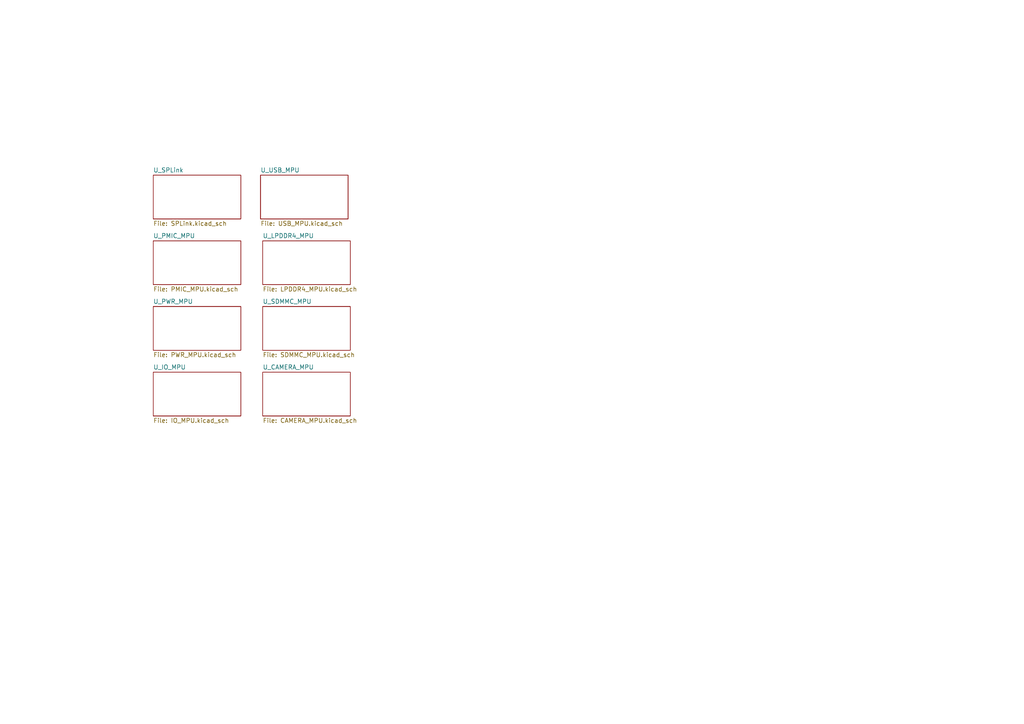
<source format=kicad_sch>
(kicad_sch
	(version 20250114)
	(generator "eeschema")
	(generator_version "9.0")
	(uuid "19082ed6-8f17-4d62-ab42-418ea03b55ea")
	(paper "A4")
	(lib_symbols)
	(sheet
		(at 44.45 50.8)
		(size 25.4 12.7)
		(exclude_from_sim no)
		(in_bom yes)
		(on_board yes)
		(dnp no)
		(fields_autoplaced yes)
		(stroke
			(width 0.1524)
			(type solid)
		)
		(fill
			(color 0 0 0 0.0000)
		)
		(uuid "22cc9e10-2568-472f-808f-2c6ffeb9eeb0")
		(property "Sheetname" "U_SPLink"
			(at 44.45 50.0884 0)
			(effects
				(font
					(size 1.27 1.27)
				)
				(justify left bottom)
			)
		)
		(property "Sheetfile" "SPLink.kicad_sch"
			(at 44.45 64.0846 0)
			(effects
				(font
					(size 1.27 1.27)
				)
				(justify left top)
			)
		)
		(instances
			(project "mikrainix"
				(path "/19082ed6-8f17-4d62-ab42-418ea03b55ea"
					(page "2")
				)
			)
		)
	)
	(sheet
		(at 76.2 107.95)
		(size 25.4 12.7)
		(exclude_from_sim no)
		(in_bom yes)
		(on_board yes)
		(dnp no)
		(fields_autoplaced yes)
		(stroke
			(width 0.1524)
			(type solid)
		)
		(fill
			(color 0 0 0 0.0000)
		)
		(uuid "38b34e4b-4d56-45b8-9855-7d357f4a3de7")
		(property "Sheetname" "U_CAMERA_MPU"
			(at 76.2 107.2384 0)
			(effects
				(font
					(size 1.27 1.27)
				)
				(justify left bottom)
			)
		)
		(property "Sheetfile" "CAMERA_MPU.kicad_sch"
			(at 76.2 121.2346 0)
			(effects
				(font
					(size 1.27 1.27)
				)
				(justify left top)
			)
		)
		(instances
			(project "mikrainix"
				(path "/19082ed6-8f17-4d62-ab42-418ea03b55ea"
					(page "8")
				)
			)
		)
	)
	(sheet
		(at 44.45 107.95)
		(size 25.4 12.7)
		(exclude_from_sim no)
		(in_bom yes)
		(on_board yes)
		(dnp no)
		(fields_autoplaced yes)
		(stroke
			(width 0.1524)
			(type solid)
		)
		(fill
			(color 0 0 0 0.0000)
		)
		(uuid "5151b18b-eb85-414d-9c0c-decd729bd0e4")
		(property "Sheetname" "U_IO_MPU"
			(at 44.45 107.2384 0)
			(effects
				(font
					(size 1.27 1.27)
				)
				(justify left bottom)
			)
		)
		(property "Sheetfile" "IO_MPU.kicad_sch"
			(at 44.45 121.2346 0)
			(effects
				(font
					(size 1.27 1.27)
				)
				(justify left top)
			)
		)
		(instances
			(project "mikrainix"
				(path "/19082ed6-8f17-4d62-ab42-418ea03b55ea"
					(page "9")
				)
			)
		)
	)
	(sheet
		(at 44.45 69.85)
		(size 25.4 12.7)
		(exclude_from_sim no)
		(in_bom yes)
		(on_board yes)
		(dnp no)
		(fields_autoplaced yes)
		(stroke
			(width 0.1524)
			(type solid)
		)
		(fill
			(color 0 0 0 0.0000)
		)
		(uuid "6512bd73-ee62-49d7-a8ea-3d25bda13aaa")
		(property "Sheetname" "U_PMIC_MPU"
			(at 44.45 69.1384 0)
			(effects
				(font
					(size 1.27 1.27)
				)
				(justify left bottom)
			)
		)
		(property "Sheetfile" "PMIC_MPU.kicad_sch"
			(at 44.45 83.1346 0)
			(effects
				(font
					(size 1.27 1.27)
				)
				(justify left top)
			)
		)
		(instances
			(project "mikrainix"
				(path "/19082ed6-8f17-4d62-ab42-418ea03b55ea"
					(page "3")
				)
			)
		)
	)
	(sheet
		(at 76.2 88.9)
		(size 25.4 12.7)
		(exclude_from_sim no)
		(in_bom yes)
		(on_board yes)
		(dnp no)
		(fields_autoplaced yes)
		(stroke
			(width 0.1524)
			(type solid)
		)
		(fill
			(color 0 0 0 0.0000)
		)
		(uuid "79eb48f2-f1f2-4d27-8218-46d0d06ecf27")
		(property "Sheetname" "U_SDMMC_MPU"
			(at 76.2 88.1884 0)
			(effects
				(font
					(size 1.27 1.27)
				)
				(justify left bottom)
			)
		)
		(property "Sheetfile" "SDMMC_MPU.kicad_sch"
			(at 76.2 102.1846 0)
			(effects
				(font
					(size 1.27 1.27)
				)
				(justify left top)
			)
		)
		(instances
			(project "mikrainix"
				(path "/19082ed6-8f17-4d62-ab42-418ea03b55ea"
					(page "6")
				)
			)
		)
	)
	(sheet
		(at 75.565 50.8)
		(size 25.4 12.7)
		(exclude_from_sim no)
		(in_bom yes)
		(on_board yes)
		(dnp no)
		(fields_autoplaced yes)
		(stroke
			(width 0.1524)
			(type solid)
		)
		(fill
			(color 0 0 0 0.0000)
		)
		(uuid "96cdb093-7935-4848-9034-d3914504e5e0")
		(property "Sheetname" "U_USB_MPU"
			(at 75.565 50.0884 0)
			(effects
				(font
					(size 1.27 1.27)
				)
				(justify left bottom)
			)
		)
		(property "Sheetfile" "USB_MPU.kicad_sch"
			(at 75.565 64.0846 0)
			(effects
				(font
					(size 1.27 1.27)
				)
				(justify left top)
			)
		)
		(instances
			(project "mikrainix"
				(path "/19082ed6-8f17-4d62-ab42-418ea03b55ea"
					(page "7")
				)
			)
		)
	)
	(sheet
		(at 44.45 88.9)
		(size 25.4 12.7)
		(exclude_from_sim no)
		(in_bom yes)
		(on_board yes)
		(dnp no)
		(fields_autoplaced yes)
		(stroke
			(width 0.1524)
			(type solid)
		)
		(fill
			(color 0 0 0 0.0000)
		)
		(uuid "c762df5e-364b-4815-b7f2-01531d609bd3")
		(property "Sheetname" "U_PWR_MPU"
			(at 44.45 88.1884 0)
			(effects
				(font
					(size 1.27 1.27)
				)
				(justify left bottom)
			)
		)
		(property "Sheetfile" "PWR_MPU.kicad_sch"
			(at 44.45 102.1846 0)
			(effects
				(font
					(size 1.27 1.27)
				)
				(justify left top)
			)
		)
		(instances
			(project "mikrainix"
				(path "/19082ed6-8f17-4d62-ab42-418ea03b55ea"
					(page "4")
				)
			)
		)
	)
	(sheet
		(at 76.2 69.85)
		(size 25.4 12.7)
		(exclude_from_sim no)
		(in_bom yes)
		(on_board yes)
		(dnp no)
		(fields_autoplaced yes)
		(stroke
			(width 0.1524)
			(type solid)
		)
		(fill
			(color 0 0 0 0.0000)
		)
		(uuid "cc4bb586-093e-4889-9fc5-6f59a8938ffc")
		(property "Sheetname" "U_LPDDR4_MPU"
			(at 76.2 69.1384 0)
			(effects
				(font
					(size 1.27 1.27)
				)
				(justify left bottom)
			)
		)
		(property "Sheetfile" "LPDDR4_MPU.kicad_sch"
			(at 76.2 83.1346 0)
			(effects
				(font
					(size 1.27 1.27)
				)
				(justify left top)
			)
		)
		(instances
			(project "mikrainix"
				(path "/19082ed6-8f17-4d62-ab42-418ea03b55ea"
					(page "5")
				)
			)
		)
	)
	(sheet_instances
		(path "/"
			(page "1")
		)
	)
	(embedded_fonts no)
)

</source>
